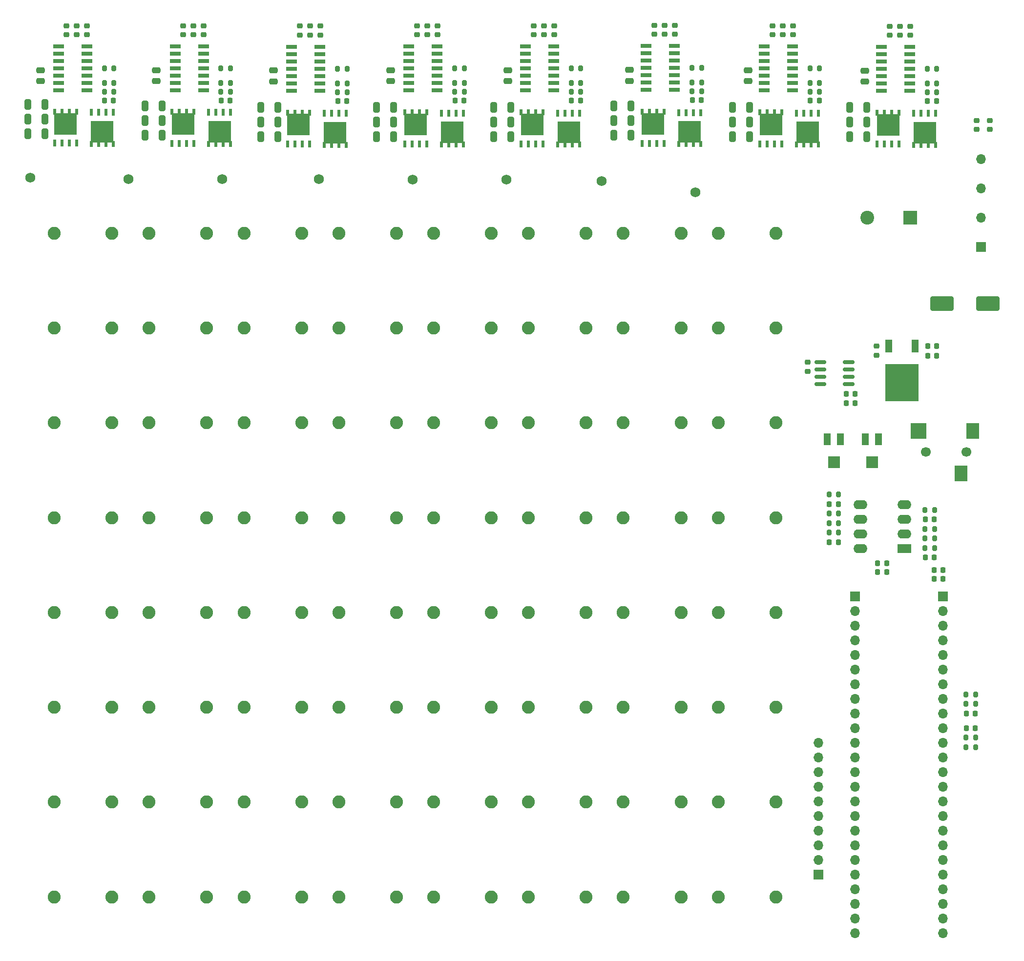
<source format=gbr>
%TF.GenerationSoftware,KiCad,Pcbnew,(6.0.2)*%
%TF.CreationDate,2022-03-01T14:51:48-05:00*%
%TF.ProjectId,SeniorDesign_FinalPCB_dal_power_complete,53656e69-6f72-4446-9573-69676e5f4669,rev?*%
%TF.SameCoordinates,Original*%
%TF.FileFunction,Soldermask,Top*%
%TF.FilePolarity,Negative*%
%FSLAX46Y46*%
G04 Gerber Fmt 4.6, Leading zero omitted, Abs format (unit mm)*
G04 Created by KiCad (PCBNEW (6.0.2)) date 2022-03-01 14:51:48*
%MOMM*%
%LPD*%
G01*
G04 APERTURE LIST*
G04 Aperture macros list*
%AMRoundRect*
0 Rectangle with rounded corners*
0 $1 Rounding radius*
0 $2 $3 $4 $5 $6 $7 $8 $9 X,Y pos of 4 corners*
0 Add a 4 corners polygon primitive as box body*
4,1,4,$2,$3,$4,$5,$6,$7,$8,$9,$2,$3,0*
0 Add four circle primitives for the rounded corners*
1,1,$1+$1,$2,$3*
1,1,$1+$1,$4,$5*
1,1,$1+$1,$6,$7*
1,1,$1+$1,$8,$9*
0 Add four rect primitives between the rounded corners*
20,1,$1+$1,$2,$3,$4,$5,0*
20,1,$1+$1,$4,$5,$6,$7,0*
20,1,$1+$1,$6,$7,$8,$9,0*
20,1,$1+$1,$8,$9,$2,$3,0*%
G04 Aperture macros list end*
%ADD10C,2.250000*%
%ADD11RoundRect,0.225000X0.250000X-0.225000X0.250000X0.225000X-0.250000X0.225000X-0.250000X-0.225000X0*%
%ADD12RoundRect,0.225000X-0.250000X0.225000X-0.250000X-0.225000X0.250000X-0.225000X0.250000X0.225000X0*%
%ADD13RoundRect,0.225000X0.225000X0.250000X-0.225000X0.250000X-0.225000X-0.250000X0.225000X-0.250000X0*%
%ADD14RoundRect,0.250000X-0.475000X0.250000X-0.475000X-0.250000X0.475000X-0.250000X0.475000X0.250000X0*%
%ADD15RoundRect,0.250000X0.325000X0.650000X-0.325000X0.650000X-0.325000X-0.650000X0.325000X-0.650000X0*%
%ADD16RoundRect,0.250000X-0.325000X-0.650000X0.325000X-0.650000X0.325000X0.650000X-0.325000X0.650000X0*%
%ADD17R,0.610000X1.270000*%
%ADD18R,0.610000X1.020000*%
%ADD19R,3.910000X3.810000*%
%ADD20RoundRect,0.200000X-0.200000X-0.275000X0.200000X-0.275000X0.200000X0.275000X-0.200000X0.275000X0*%
%ADD21RoundRect,0.042000X0.908000X0.258000X-0.908000X0.258000X-0.908000X-0.258000X0.908000X-0.258000X0*%
%ADD22RoundRect,0.200000X0.200000X0.275000X-0.200000X0.275000X-0.200000X-0.275000X0.200000X-0.275000X0*%
%ADD23R,2.400000X1.600000*%
%ADD24O,2.400000X1.600000*%
%ADD25RoundRect,0.150000X-0.825000X-0.150000X0.825000X-0.150000X0.825000X0.150000X-0.825000X0.150000X0*%
%ADD26RoundRect,0.225000X-0.225000X-0.250000X0.225000X-0.250000X0.225000X0.250000X-0.225000X0.250000X0*%
%ADD27C,1.755000*%
%ADD28R,1.700000X1.700000*%
%ADD29O,1.700000X1.700000*%
%ADD30R,1.300000X2.000000*%
%ADD31R,2.000000X2.000000*%
%ADD32R,1.200000X2.200000*%
%ADD33R,5.800000X6.400000*%
%ADD34R,2.400000X2.400000*%
%ADD35C,2.400000*%
%ADD36C,1.700000*%
%ADD37R,2.200000X2.800000*%
%ADD38R,2.800000X2.800000*%
%ADD39RoundRect,0.250000X1.750000X1.000000X-1.750000X1.000000X-1.750000X-1.000000X1.750000X-1.000000X0*%
G04 APERTURE END LIST*
D10*
%TO.C,U14*%
X326405000Y-142425000D03*
X336405000Y-142425000D03*
%TD*%
%TO.C,U15*%
X326405000Y-158870000D03*
X336405000Y-158870000D03*
%TD*%
%TO.C,U16*%
X326405000Y-175315000D03*
X336405000Y-175315000D03*
%TD*%
%TO.C,U17*%
X342850000Y-60200000D03*
X352850000Y-60200000D03*
%TD*%
%TO.C,U18*%
X342850000Y-76645000D03*
X352850000Y-76645000D03*
%TD*%
%TO.C,U19*%
X342850000Y-93090000D03*
X352850000Y-93090000D03*
%TD*%
%TO.C,U20*%
X342850000Y-109535000D03*
X352850000Y-109535000D03*
%TD*%
%TO.C,U21*%
X342850000Y-125980000D03*
X352850000Y-125980000D03*
%TD*%
%TO.C,U22*%
X342850000Y-142425000D03*
X352850000Y-142425000D03*
%TD*%
%TO.C,U23*%
X342850000Y-158870000D03*
X352850000Y-158870000D03*
%TD*%
%TO.C,U24*%
X342850000Y-175315000D03*
X352850000Y-175315000D03*
%TD*%
%TO.C,U25*%
X359295000Y-60200000D03*
X369295000Y-60200000D03*
%TD*%
%TO.C,U26*%
X359295000Y-76645000D03*
X369295000Y-76645000D03*
%TD*%
%TO.C,U27*%
X359295000Y-93090000D03*
X369295000Y-93090000D03*
%TD*%
%TO.C,U28*%
X359295000Y-109535000D03*
X369295000Y-109535000D03*
%TD*%
%TO.C,U29*%
X359295000Y-125980000D03*
X369295000Y-125980000D03*
%TD*%
%TO.C,U30*%
X359295000Y-142425000D03*
X369295000Y-142425000D03*
%TD*%
%TO.C,U31*%
X359295000Y-158870000D03*
X369295000Y-158870000D03*
%TD*%
%TO.C,U32*%
X359295000Y-175315000D03*
X369295000Y-175315000D03*
%TD*%
%TO.C,U33*%
X375740000Y-60200000D03*
X385740000Y-60200000D03*
%TD*%
%TO.C,U34*%
X375740000Y-76645000D03*
X385740000Y-76645000D03*
%TD*%
%TO.C,U35*%
X375740000Y-93090000D03*
X385740000Y-93090000D03*
%TD*%
%TO.C,U36*%
X375740000Y-109535000D03*
X385740000Y-109535000D03*
%TD*%
%TO.C,U37*%
X375740000Y-125980000D03*
X385740000Y-125980000D03*
%TD*%
%TO.C,U38*%
X375740000Y-142425000D03*
X385740000Y-142425000D03*
%TD*%
%TO.C,U39*%
X375740000Y-158870000D03*
X385740000Y-158870000D03*
%TD*%
%TO.C,U40*%
X375740000Y-175315000D03*
X385740000Y-175315000D03*
%TD*%
%TO.C,U41*%
X392185000Y-60200000D03*
X402185000Y-60200000D03*
%TD*%
%TO.C,U42*%
X392185000Y-76645000D03*
X402185000Y-76645000D03*
%TD*%
%TO.C,U43*%
X392185000Y-93090000D03*
X402185000Y-93090000D03*
%TD*%
%TO.C,U44*%
X392185000Y-109535000D03*
X402185000Y-109535000D03*
%TD*%
%TO.C,U45*%
X392185000Y-125980000D03*
X402185000Y-125980000D03*
%TD*%
%TO.C,U46*%
X392185000Y-142425000D03*
X402185000Y-142425000D03*
%TD*%
%TO.C,U47*%
X392185000Y-158870000D03*
X402185000Y-158870000D03*
%TD*%
%TO.C,U48*%
X392185000Y-175315000D03*
X402185000Y-175315000D03*
%TD*%
%TO.C,U49*%
X408630000Y-60200000D03*
X418630000Y-60200000D03*
%TD*%
%TO.C,U50*%
X408630000Y-76645000D03*
X418630000Y-76645000D03*
%TD*%
%TO.C,U51*%
X408630000Y-93090000D03*
X418630000Y-93090000D03*
%TD*%
%TO.C,U52*%
X408630000Y-109535000D03*
X418630000Y-109535000D03*
%TD*%
%TO.C,U53*%
X408630000Y-125980000D03*
X418630000Y-125980000D03*
%TD*%
%TO.C,U54*%
X408630000Y-142425000D03*
X418630000Y-142425000D03*
%TD*%
%TO.C,U55*%
X408630000Y-158870000D03*
X418630000Y-158870000D03*
%TD*%
%TO.C,U56*%
X408630000Y-175315000D03*
X418630000Y-175315000D03*
%TD*%
%TO.C,U57*%
X425075000Y-60200000D03*
X435075000Y-60200000D03*
%TD*%
%TO.C,U58*%
X425075000Y-76645000D03*
X435075000Y-76645000D03*
%TD*%
%TO.C,U59*%
X425075000Y-93090000D03*
X435075000Y-93090000D03*
%TD*%
%TO.C,U60*%
X425075000Y-109535000D03*
X435075000Y-109535000D03*
%TD*%
%TO.C,U61*%
X425075000Y-125980000D03*
X435075000Y-125980000D03*
%TD*%
%TO.C,U62*%
X425075000Y-142425000D03*
X435075000Y-142425000D03*
%TD*%
%TO.C,U63*%
X425075000Y-158870000D03*
X435075000Y-158870000D03*
%TD*%
%TO.C,U64*%
X425075000Y-175315000D03*
X435075000Y-175315000D03*
%TD*%
%TO.C,U1*%
X309960000Y-60200000D03*
X319960000Y-60200000D03*
%TD*%
%TO.C,U2*%
X309960000Y-76645000D03*
X319960000Y-76645000D03*
%TD*%
%TO.C,U3*%
X309960000Y-93090000D03*
X319960000Y-93090000D03*
%TD*%
%TO.C,U4*%
X309960000Y-109535000D03*
X319960000Y-109535000D03*
%TD*%
%TO.C,U5*%
X309960000Y-125980000D03*
X319960000Y-125980000D03*
%TD*%
%TO.C,U6*%
X309960000Y-142425000D03*
X319960000Y-142425000D03*
%TD*%
%TO.C,U7*%
X309960000Y-158870000D03*
X319960000Y-158870000D03*
%TD*%
%TO.C,U8*%
X309960000Y-175315000D03*
X319960000Y-175315000D03*
%TD*%
%TO.C,U9*%
X326405000Y-60200000D03*
X336405000Y-60200000D03*
%TD*%
%TO.C,U10*%
X326405000Y-76645000D03*
X336405000Y-76645000D03*
%TD*%
%TO.C,U11*%
X326405000Y-93090000D03*
X336405000Y-93090000D03*
%TD*%
%TO.C,U12*%
X326405000Y-109535000D03*
X336405000Y-109535000D03*
%TD*%
%TO.C,U13*%
X326405000Y-125980000D03*
X336405000Y-125980000D03*
%TD*%
D11*
%TO.C,C1*%
X315651500Y-25739000D03*
X315651500Y-24189000D03*
%TD*%
%TO.C,C2*%
X335844500Y-25765000D03*
X335844500Y-24215000D03*
%TD*%
%TO.C,C3*%
X356108000Y-25807000D03*
X356108000Y-24257000D03*
%TD*%
%TO.C,C4*%
X376428000Y-25765000D03*
X376428000Y-24215000D03*
%TD*%
D12*
%TO.C,C5*%
X469900000Y-40627000D03*
X469900000Y-42177000D03*
%TD*%
%TO.C,C6*%
X472186000Y-40627000D03*
X472186000Y-42177000D03*
%TD*%
%TO.C,C7*%
X313873500Y-24189000D03*
X313873500Y-25739000D03*
%TD*%
%TO.C,C8*%
X334066500Y-24215000D03*
X334066500Y-25765000D03*
%TD*%
%TO.C,C9*%
X354330000Y-24257000D03*
X354330000Y-25807000D03*
%TD*%
%TO.C,C10*%
X374650000Y-24215000D03*
X374650000Y-25765000D03*
%TD*%
%TO.C,C11*%
X312095500Y-24189000D03*
X312095500Y-25739000D03*
%TD*%
%TO.C,C12*%
X332288500Y-24215000D03*
X332288500Y-25765000D03*
%TD*%
%TO.C,C13*%
X352552000Y-24257000D03*
X352552000Y-25807000D03*
%TD*%
%TO.C,C14*%
X372872000Y-24215000D03*
X372872000Y-25765000D03*
%TD*%
D13*
%TO.C,C15*%
X320236500Y-37156000D03*
X318686500Y-37156000D03*
%TD*%
%TO.C,C16*%
X340429500Y-37182000D03*
X338879500Y-37182000D03*
%TD*%
%TO.C,C17*%
X360693000Y-37224000D03*
X359143000Y-37224000D03*
%TD*%
%TO.C,C18*%
X381013000Y-37182000D03*
X379463000Y-37182000D03*
%TD*%
D14*
%TO.C,C19*%
X307594000Y-31888000D03*
X307594000Y-33788000D03*
%TD*%
%TO.C,C20*%
X327660000Y-31914000D03*
X327660000Y-33814000D03*
%TD*%
%TO.C,C21*%
X347980000Y-31956000D03*
X347980000Y-33856000D03*
%TD*%
%TO.C,C22*%
X368300000Y-31914000D03*
X368300000Y-33814000D03*
%TD*%
D15*
%TO.C,C23*%
X308307000Y-40386000D03*
X305357000Y-40386000D03*
%TD*%
%TO.C,C24*%
X328627000Y-40640000D03*
X325677000Y-40640000D03*
%TD*%
%TO.C,C25*%
X348693000Y-40894000D03*
X345743000Y-40894000D03*
%TD*%
%TO.C,C26*%
X368759000Y-40894000D03*
X365809000Y-40894000D03*
%TD*%
D16*
%TO.C,C27*%
X305357000Y-37846000D03*
X308307000Y-37846000D03*
%TD*%
%TO.C,C28*%
X325677000Y-38100000D03*
X328627000Y-38100000D03*
%TD*%
%TO.C,C29*%
X345743000Y-38354000D03*
X348693000Y-38354000D03*
%TD*%
%TO.C,C30*%
X365809000Y-38354000D03*
X368759000Y-38354000D03*
%TD*%
%TO.C,C31*%
X305357000Y-42926000D03*
X308307000Y-42926000D03*
%TD*%
%TO.C,C32*%
X325677000Y-43180000D03*
X328627000Y-43180000D03*
%TD*%
%TO.C,C33*%
X345743000Y-43434000D03*
X348693000Y-43434000D03*
%TD*%
%TO.C,C34*%
X365809000Y-43434000D03*
X368759000Y-43434000D03*
%TD*%
D11*
%TO.C,C35*%
X396621000Y-25765000D03*
X396621000Y-24215000D03*
%TD*%
%TO.C,C36*%
X417576000Y-25696000D03*
X417576000Y-24146000D03*
%TD*%
%TO.C,C37*%
X438023000Y-25765000D03*
X438023000Y-24215000D03*
%TD*%
%TO.C,C38*%
X458343000Y-25826000D03*
X458343000Y-24276000D03*
%TD*%
D12*
%TO.C,C39*%
X394843000Y-24215000D03*
X394843000Y-25765000D03*
%TD*%
%TO.C,C40*%
X415798000Y-24146000D03*
X415798000Y-25696000D03*
%TD*%
%TO.C,C41*%
X436245000Y-24215000D03*
X436245000Y-25765000D03*
%TD*%
%TO.C,C42*%
X456565000Y-24276000D03*
X456565000Y-25826000D03*
%TD*%
%TO.C,C43*%
X393065000Y-24215000D03*
X393065000Y-25765000D03*
%TD*%
%TO.C,C44*%
X414020000Y-24146000D03*
X414020000Y-25696000D03*
%TD*%
%TO.C,C45*%
X434467000Y-24215000D03*
X434467000Y-25765000D03*
%TD*%
%TO.C,C46*%
X454787000Y-24276000D03*
X454787000Y-25826000D03*
%TD*%
D13*
%TO.C,C47*%
X401206000Y-37182000D03*
X399656000Y-37182000D03*
%TD*%
%TO.C,C48*%
X422161000Y-37113000D03*
X420611000Y-37113000D03*
%TD*%
%TO.C,C49*%
X442608000Y-37182000D03*
X441058000Y-37182000D03*
%TD*%
%TO.C,C50*%
X462928000Y-37243000D03*
X461378000Y-37243000D03*
%TD*%
D14*
%TO.C,C51*%
X388620000Y-31914000D03*
X388620000Y-33814000D03*
%TD*%
%TO.C,C52*%
X409702000Y-31845000D03*
X409702000Y-33745000D03*
%TD*%
%TO.C,C53*%
X430276000Y-31914000D03*
X430276000Y-33814000D03*
%TD*%
%TO.C,C54*%
X450469000Y-31975000D03*
X450469000Y-33875000D03*
%TD*%
D15*
%TO.C,C55*%
X389079000Y-40894000D03*
X386129000Y-40894000D03*
%TD*%
%TO.C,C56*%
X409907000Y-40640000D03*
X406957000Y-40640000D03*
%TD*%
%TO.C,C57*%
X430481000Y-40894000D03*
X427531000Y-40894000D03*
%TD*%
%TO.C,C58*%
X450801000Y-40894000D03*
X447851000Y-40894000D03*
%TD*%
D16*
%TO.C,C59*%
X386129000Y-38354000D03*
X389079000Y-38354000D03*
%TD*%
%TO.C,C60*%
X406957000Y-38100000D03*
X409907000Y-38100000D03*
%TD*%
%TO.C,C61*%
X427531000Y-38354000D03*
X430481000Y-38354000D03*
%TD*%
%TO.C,C62*%
X447851000Y-38354000D03*
X450801000Y-38354000D03*
%TD*%
%TO.C,C63*%
X386129000Y-43434000D03*
X389079000Y-43434000D03*
%TD*%
%TO.C,C64*%
X406957000Y-43180000D03*
X409907000Y-43180000D03*
%TD*%
%TO.C,C65*%
X427531000Y-43434000D03*
X430481000Y-43434000D03*
%TD*%
%TO.C,C66*%
X447851000Y-43434000D03*
X450801000Y-43434000D03*
%TD*%
D17*
%TO.C,Q1*%
X310007000Y-44580000D03*
X311277000Y-44580000D03*
X312547000Y-44580000D03*
X313817000Y-44580000D03*
D18*
X311277000Y-39115000D03*
X312547000Y-39115000D03*
X310007000Y-39115000D03*
D19*
X311912000Y-41220000D03*
D18*
X313817000Y-39115000D03*
%TD*%
D17*
%TO.C,Q2*%
X320167000Y-39240000D03*
X318897000Y-39240000D03*
X317627000Y-39240000D03*
X316357000Y-39240000D03*
D18*
X316357000Y-44705000D03*
X317627000Y-44705000D03*
X320167000Y-44705000D03*
X318897000Y-44705000D03*
D19*
X318262000Y-42600000D03*
%TD*%
D17*
%TO.C,Q3*%
X330383500Y-44606000D03*
X331653500Y-44606000D03*
X332923500Y-44606000D03*
X334193500Y-44606000D03*
D19*
X332288500Y-41246000D03*
D18*
X330383500Y-39141000D03*
X331653500Y-39141000D03*
X334193500Y-39141000D03*
X332923500Y-39141000D03*
%TD*%
D17*
%TO.C,Q4*%
X340543500Y-39235001D03*
X339273500Y-39235001D03*
X338003500Y-39235001D03*
X336733500Y-39235001D03*
D19*
X338638500Y-42595001D03*
D18*
X340543500Y-44700001D03*
X338003500Y-44700001D03*
X336733500Y-44700001D03*
X339273500Y-44700001D03*
%TD*%
D17*
%TO.C,Q5*%
X350393000Y-44720000D03*
X351663000Y-44720000D03*
X352933000Y-44720000D03*
X354203000Y-44720000D03*
D18*
X350393000Y-39255000D03*
X352933000Y-39255000D03*
D19*
X352298000Y-41360000D03*
D18*
X351663000Y-39255000D03*
X354203000Y-39255000D03*
%TD*%
D17*
%TO.C,Q6*%
X360553000Y-39380000D03*
X359283000Y-39380000D03*
X358013000Y-39380000D03*
X356743000Y-39380000D03*
D18*
X358013000Y-44845000D03*
X359283000Y-44845000D03*
D19*
X358648000Y-42740000D03*
D18*
X360553000Y-44845000D03*
X356743000Y-44845000D03*
%TD*%
D17*
%TO.C,Q7*%
X370713000Y-44678000D03*
X371983000Y-44678000D03*
X373253000Y-44678000D03*
X374523000Y-44678000D03*
D18*
X371983000Y-39213000D03*
X373253000Y-39213000D03*
X374523000Y-39213000D03*
X370713000Y-39213000D03*
D19*
X372618000Y-41318000D03*
%TD*%
D17*
%TO.C,Q8*%
X380873000Y-39338000D03*
X379603000Y-39338000D03*
X378333000Y-39338000D03*
X377063000Y-39338000D03*
D19*
X378968000Y-42698000D03*
D18*
X378333000Y-44803000D03*
X379603000Y-44803000D03*
X377063000Y-44803000D03*
X380873000Y-44803000D03*
%TD*%
D17*
%TO.C,Q9*%
X390906000Y-44678000D03*
X392176000Y-44678000D03*
X393446000Y-44678000D03*
X394716000Y-44678000D03*
D18*
X393446000Y-39213000D03*
D19*
X392811000Y-41318000D03*
D18*
X390906000Y-39213000D03*
X394716000Y-39213000D03*
X392176000Y-39213000D03*
%TD*%
D17*
%TO.C,Q10*%
X401066000Y-39338000D03*
X399796000Y-39338000D03*
X398526000Y-39338000D03*
X397256000Y-39338000D03*
D18*
X399796000Y-44803000D03*
X401066000Y-44803000D03*
D19*
X399161000Y-42698000D03*
D18*
X398526000Y-44803000D03*
X397256000Y-44803000D03*
%TD*%
D17*
%TO.C,Q11*%
X411861000Y-44609000D03*
X413131000Y-44609000D03*
X414401000Y-44609000D03*
X415671000Y-44609000D03*
D18*
X414401000Y-39144000D03*
X411861000Y-39144000D03*
X413131000Y-39144000D03*
D19*
X413766000Y-41249000D03*
D18*
X415671000Y-39144000D03*
%TD*%
D17*
%TO.C,Q12*%
X422021000Y-39269000D03*
X420751000Y-39269000D03*
X419481000Y-39269000D03*
X418211000Y-39269000D03*
D18*
X420751000Y-44734000D03*
X422021000Y-44734000D03*
X418211000Y-44734000D03*
X419481000Y-44734000D03*
D19*
X420116000Y-42629000D03*
%TD*%
D17*
%TO.C,Q13*%
X432308000Y-44678000D03*
X433578000Y-44678000D03*
X434848000Y-44678000D03*
X436118000Y-44678000D03*
D18*
X432308000Y-39213000D03*
D19*
X434213000Y-41318000D03*
D18*
X433578000Y-39213000D03*
X436118000Y-39213000D03*
X434848000Y-39213000D03*
%TD*%
D17*
%TO.C,Q14*%
X442468000Y-39338000D03*
X441198000Y-39338000D03*
X439928000Y-39338000D03*
X438658000Y-39338000D03*
D18*
X442468000Y-44803000D03*
X438658000Y-44803000D03*
X439928000Y-44803000D03*
D19*
X440563000Y-42698000D03*
D18*
X441198000Y-44803000D03*
%TD*%
D17*
%TO.C,Q15*%
X452628000Y-44739000D03*
X453898000Y-44739000D03*
X455168000Y-44739000D03*
X456438000Y-44739000D03*
D18*
X452628000Y-39274000D03*
D19*
X454533000Y-41379000D03*
D18*
X453898000Y-39274000D03*
X455168000Y-39274000D03*
X456438000Y-39274000D03*
%TD*%
D17*
%TO.C,Q16*%
X462788000Y-39399000D03*
X461518000Y-39399000D03*
X460248000Y-39399000D03*
X458978000Y-39399000D03*
D18*
X461518000Y-44864000D03*
X462788000Y-44864000D03*
D19*
X460883000Y-42759000D03*
D18*
X458978000Y-44864000D03*
X460248000Y-44864000D03*
%TD*%
D20*
%TO.C,R1*%
X318636500Y-35632000D03*
X320286500Y-35632000D03*
%TD*%
%TO.C,R2*%
X338829500Y-35658000D03*
X340479500Y-35658000D03*
%TD*%
%TO.C,R3*%
X359093000Y-35700000D03*
X360743000Y-35700000D03*
%TD*%
%TO.C,R4*%
X379413000Y-35658000D03*
X381063000Y-35658000D03*
%TD*%
%TO.C,R5*%
X318636500Y-31568000D03*
X320286500Y-31568000D03*
%TD*%
%TO.C,R6*%
X338829500Y-31594000D03*
X340479500Y-31594000D03*
%TD*%
%TO.C,R7*%
X359093000Y-31636000D03*
X360743000Y-31636000D03*
%TD*%
%TO.C,R8*%
X379413000Y-31594000D03*
X381063000Y-31594000D03*
%TD*%
%TO.C,R9*%
X318636500Y-34108000D03*
X320286500Y-34108000D03*
%TD*%
%TO.C,R10*%
X338829500Y-34134000D03*
X340479500Y-34134000D03*
%TD*%
%TO.C,R11*%
X359093000Y-34176000D03*
X360743000Y-34176000D03*
%TD*%
%TO.C,R12*%
X379413000Y-34134000D03*
X381063000Y-34134000D03*
%TD*%
%TO.C,R21*%
X399606000Y-35658000D03*
X401256000Y-35658000D03*
%TD*%
%TO.C,R22*%
X420561000Y-35589000D03*
X422211000Y-35589000D03*
%TD*%
%TO.C,R23*%
X441008000Y-35658000D03*
X442658000Y-35658000D03*
%TD*%
%TO.C,R24*%
X461328000Y-35719000D03*
X462978000Y-35719000D03*
%TD*%
%TO.C,R25*%
X399606000Y-31594000D03*
X401256000Y-31594000D03*
%TD*%
%TO.C,R26*%
X420561000Y-31525000D03*
X422211000Y-31525000D03*
%TD*%
%TO.C,R27*%
X441008000Y-31594000D03*
X442658000Y-31594000D03*
%TD*%
%TO.C,R28*%
X461328000Y-31655000D03*
X462978000Y-31655000D03*
%TD*%
%TO.C,R29*%
X399606000Y-34134000D03*
X401256000Y-34134000D03*
%TD*%
%TO.C,R30*%
X420561000Y-34065000D03*
X422211000Y-34065000D03*
%TD*%
%TO.C,R31*%
X441008000Y-34134000D03*
X442658000Y-34134000D03*
%TD*%
%TO.C,R32*%
X461328000Y-34195000D03*
X462978000Y-34195000D03*
%TD*%
D21*
%TO.C,U?1*%
X315637000Y-35378000D03*
X315637000Y-34108000D03*
X315637000Y-32838000D03*
X315637000Y-31568000D03*
X315637000Y-30298000D03*
X315637000Y-29028000D03*
X315637000Y-27758000D03*
X310727000Y-27758000D03*
X310727000Y-29028000D03*
X310727000Y-30298000D03*
X310727000Y-31568000D03*
X310727000Y-32838000D03*
X310727000Y-34108000D03*
X310727000Y-35378000D03*
%TD*%
%TO.C,U?2*%
X335830000Y-35404000D03*
X335830000Y-34134000D03*
X335830000Y-32864000D03*
X335830000Y-31594000D03*
X335830000Y-30324000D03*
X335830000Y-29054000D03*
X335830000Y-27784000D03*
X330920000Y-27784000D03*
X330920000Y-29054000D03*
X330920000Y-30324000D03*
X330920000Y-31594000D03*
X330920000Y-32864000D03*
X330920000Y-34134000D03*
X330920000Y-35404000D03*
%TD*%
%TO.C,U?3*%
X356023000Y-35446000D03*
X356023000Y-34176000D03*
X356023000Y-32906000D03*
X356023000Y-31636000D03*
X356023000Y-30366000D03*
X356023000Y-29096000D03*
X356023000Y-27826000D03*
X351113000Y-27826000D03*
X351113000Y-29096000D03*
X351113000Y-30366000D03*
X351113000Y-31636000D03*
X351113000Y-32906000D03*
X351113000Y-34176000D03*
X351113000Y-35446000D03*
%TD*%
%TO.C,U?4*%
X376343000Y-35404000D03*
X376343000Y-34134000D03*
X376343000Y-32864000D03*
X376343000Y-31594000D03*
X376343000Y-30324000D03*
X376343000Y-29054000D03*
X376343000Y-27784000D03*
X371433000Y-27784000D03*
X371433000Y-29054000D03*
X371433000Y-30324000D03*
X371433000Y-31594000D03*
X371433000Y-32864000D03*
X371433000Y-34134000D03*
X371433000Y-35404000D03*
%TD*%
%TO.C,U?5*%
X396536000Y-35404000D03*
X396536000Y-34134000D03*
X396536000Y-32864000D03*
X396536000Y-31594000D03*
X396536000Y-30324000D03*
X396536000Y-29054000D03*
X396536000Y-27784000D03*
X391626000Y-27784000D03*
X391626000Y-29054000D03*
X391626000Y-30324000D03*
X391626000Y-31594000D03*
X391626000Y-32864000D03*
X391626000Y-34134000D03*
X391626000Y-35404000D03*
%TD*%
%TO.C,U?6*%
X417491000Y-35335000D03*
X417491000Y-34065000D03*
X417491000Y-32795000D03*
X417491000Y-31525000D03*
X417491000Y-30255000D03*
X417491000Y-28985000D03*
X417491000Y-27715000D03*
X412581000Y-27715000D03*
X412581000Y-28985000D03*
X412581000Y-30255000D03*
X412581000Y-31525000D03*
X412581000Y-32795000D03*
X412581000Y-34065000D03*
X412581000Y-35335000D03*
%TD*%
%TO.C,U?7*%
X437938000Y-35404000D03*
X437938000Y-34134000D03*
X437938000Y-32864000D03*
X437938000Y-31594000D03*
X437938000Y-30324000D03*
X437938000Y-29054000D03*
X437938000Y-27784000D03*
X433028000Y-27784000D03*
X433028000Y-29054000D03*
X433028000Y-30324000D03*
X433028000Y-31594000D03*
X433028000Y-32864000D03*
X433028000Y-34134000D03*
X433028000Y-35404000D03*
%TD*%
%TO.C,U?8*%
X458258000Y-35465000D03*
X458258000Y-34195000D03*
X458258000Y-32925000D03*
X458258000Y-31655000D03*
X458258000Y-30385000D03*
X458258000Y-29115000D03*
X458258000Y-27845000D03*
X453348000Y-27845000D03*
X453348000Y-29115000D03*
X453348000Y-30385000D03*
X453348000Y-31655000D03*
X453348000Y-32925000D03*
X453348000Y-34195000D03*
X453348000Y-35465000D03*
%TD*%
D22*
%TO.C,R44*%
X462597000Y-111506000D03*
X460947000Y-111506000D03*
%TD*%
D20*
%TO.C,R48*%
X444310000Y-110490000D03*
X445960000Y-110490000D03*
%TD*%
D23*
%TO.C,U67*%
X457342000Y-114925000D03*
D24*
X457342000Y-112385000D03*
X457342000Y-109845000D03*
X457342000Y-107305000D03*
X449722000Y-107305000D03*
X449722000Y-109845000D03*
X449722000Y-112385000D03*
X449722000Y-114925000D03*
%TD*%
D20*
%TO.C,R42*%
X444310000Y-112141000D03*
X445960000Y-112141000D03*
%TD*%
D13*
%TO.C,C81*%
X469646000Y-146050000D03*
X468096000Y-146050000D03*
%TD*%
D25*
%TO.C,U66*%
X442788000Y-82585000D03*
X442788000Y-83855000D03*
X442788000Y-85125000D03*
X442788000Y-86395000D03*
X447738000Y-86395000D03*
X447738000Y-85125000D03*
X447738000Y-83855000D03*
X447738000Y-82585000D03*
%TD*%
D26*
%TO.C,C68*%
X461379000Y-81442000D03*
X462929000Y-81442000D03*
%TD*%
D20*
%TO.C,R45*%
X444310000Y-105537000D03*
X445960000Y-105537000D03*
%TD*%
D27*
%TO.C,J7*%
X372110000Y-50927000D03*
%TD*%
D28*
%TO.C,J11*%
X470662000Y-62600000D03*
D29*
X470662000Y-57520000D03*
X470662000Y-52440000D03*
X470662000Y-47360000D03*
%TD*%
D30*
%TO.C,RV2*%
X446285000Y-95917000D03*
D31*
X445135000Y-99917000D03*
D30*
X443985000Y-95917000D03*
%TD*%
D20*
%TO.C,R50*%
X468059000Y-140208000D03*
X469709000Y-140208000D03*
%TD*%
D32*
%TO.C,U65*%
X459227000Y-79782000D03*
D33*
X456947000Y-86082000D03*
D32*
X454667000Y-79782000D03*
%TD*%
D29*
%TO.C,U68*%
X464021520Y-181620000D03*
X464021520Y-179080000D03*
X464021520Y-176540000D03*
X464021520Y-174000000D03*
X464021520Y-171460000D03*
X464021520Y-168920000D03*
X464021520Y-166380000D03*
X464021520Y-163840000D03*
X464021520Y-161300000D03*
X464021520Y-158760000D03*
X464021520Y-156220000D03*
X464021520Y-153680000D03*
X464021520Y-151140000D03*
X464021520Y-148600000D03*
X464021520Y-146060000D03*
X464021520Y-143520000D03*
X464021520Y-140980000D03*
X464021520Y-138440000D03*
X464021520Y-135900000D03*
X464021520Y-133360000D03*
X464021520Y-130820000D03*
X464021520Y-128280000D03*
X464021520Y-125740000D03*
D28*
X464021520Y-123200000D03*
X448781520Y-123200000D03*
D29*
X448781520Y-125740000D03*
X448781520Y-128280000D03*
X448781520Y-130820000D03*
X448781520Y-133360000D03*
X448781520Y-135900000D03*
X448781520Y-138440000D03*
X448781520Y-140980000D03*
X448781520Y-143520000D03*
X448781520Y-146060000D03*
X448781520Y-148600000D03*
X448781520Y-151140000D03*
X448781520Y-153680000D03*
X448781520Y-156220000D03*
X448781520Y-158760000D03*
X448781520Y-161300000D03*
X448781520Y-163840000D03*
X448781520Y-166380000D03*
X448781520Y-168920000D03*
X448781520Y-171460000D03*
X448781520Y-174000000D03*
X448781520Y-176540000D03*
X448781520Y-179080000D03*
X448781520Y-181620000D03*
%TD*%
D26*
%TO.C,C69*%
X447282000Y-88046000D03*
X448832000Y-88046000D03*
%TD*%
D27*
%TO.C,J5*%
X339090000Y-50800000D03*
%TD*%
D13*
%TO.C,C74*%
X462547000Y-116459000D03*
X460997000Y-116459000D03*
%TD*%
D28*
%TO.C,J13*%
X442468000Y-171445000D03*
D29*
X442468000Y-168905000D03*
X442468000Y-166365000D03*
X442468000Y-163825000D03*
X442468000Y-161285000D03*
X442468000Y-158745000D03*
X442468000Y-156205000D03*
X442468000Y-153665000D03*
X442468000Y-151125000D03*
X442468000Y-148585000D03*
%TD*%
D12*
%TO.C,C72*%
X452502000Y-79778000D03*
X452502000Y-81328000D03*
%TD*%
D30*
%TO.C,RV1*%
X452889000Y-95917000D03*
D31*
X451739000Y-99917000D03*
D30*
X450589000Y-95917000D03*
%TD*%
D20*
%TO.C,R52*%
X468059000Y-149352000D03*
X469709000Y-149352000D03*
%TD*%
D26*
%TO.C,C70*%
X461379000Y-79791000D03*
X462929000Y-79791000D03*
%TD*%
D27*
%TO.C,J8*%
X388366000Y-50927000D03*
%TD*%
D22*
%TO.C,R41*%
X462597000Y-114808000D03*
X460947000Y-114808000D03*
%TD*%
D12*
%TO.C,C73*%
X440564000Y-82572000D03*
X440564000Y-84122000D03*
%TD*%
D27*
%TO.C,J4*%
X322834000Y-50800000D03*
%TD*%
D26*
%TO.C,C78*%
X452742000Y-117475000D03*
X454292000Y-117475000D03*
%TD*%
D22*
%TO.C,R46*%
X445960000Y-108839000D03*
X444310000Y-108839000D03*
%TD*%
D13*
%TO.C,C83*%
X464071000Y-118618000D03*
X462521000Y-118618000D03*
%TD*%
D26*
%TO.C,C76*%
X460997000Y-109855000D03*
X462547000Y-109855000D03*
%TD*%
D27*
%TO.C,J3*%
X305816000Y-50546000D03*
%TD*%
D34*
%TO.C,C84*%
X458391780Y-57531000D03*
D35*
X450891780Y-57531000D03*
%TD*%
D13*
%TO.C,C80*%
X469646000Y-143510000D03*
X468096000Y-143510000D03*
%TD*%
D26*
%TO.C,C75*%
X444360000Y-113792000D03*
X445910000Y-113792000D03*
%TD*%
D20*
%TO.C,R43*%
X460947000Y-108204000D03*
X462597000Y-108204000D03*
%TD*%
D27*
%TO.C,J6*%
X355854000Y-50800000D03*
%TD*%
%TO.C,J9*%
X404876000Y-51181000D03*
%TD*%
D26*
%TO.C,C77*%
X444360000Y-107188000D03*
X445910000Y-107188000D03*
%TD*%
D22*
%TO.C,R51*%
X469709000Y-147701000D03*
X468059000Y-147701000D03*
%TD*%
D36*
%TO.C,J12*%
X461082000Y-98171000D03*
X468082000Y-98171000D03*
D37*
X467182000Y-101871000D03*
X469182000Y-94471000D03*
D38*
X459782000Y-94471000D03*
%TD*%
D26*
%TO.C,C79*%
X452742000Y-118999000D03*
X454292000Y-118999000D03*
%TD*%
D22*
%TO.C,R49*%
X469709000Y-141859000D03*
X468059000Y-141859000D03*
%TD*%
D27*
%TO.C,J10*%
X421132000Y-53086000D03*
%TD*%
D13*
%TO.C,C82*%
X464071000Y-120142000D03*
X462521000Y-120142000D03*
%TD*%
D39*
%TO.C,C67*%
X471868000Y-72390000D03*
X463868000Y-72390000D03*
%TD*%
D26*
%TO.C,C71*%
X447269000Y-89697000D03*
X448819000Y-89697000D03*
%TD*%
D22*
%TO.C,R47*%
X462597000Y-113157000D03*
X460947000Y-113157000D03*
%TD*%
M02*

</source>
